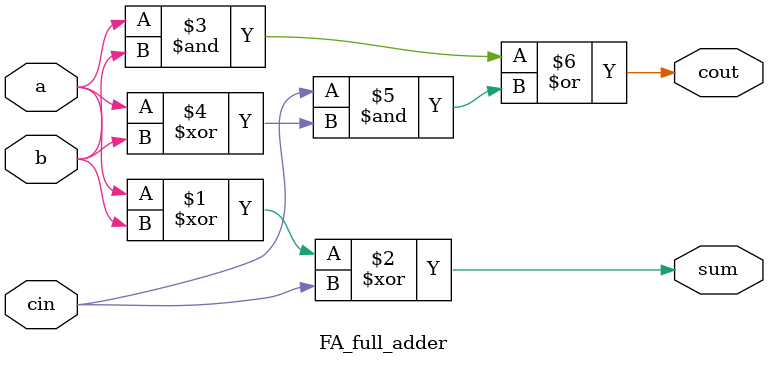
<source format=sv>
module top_module (
	input [3:0] x,
	input [3:0] y,
	output [4:0] sum
);

wire [3:0] carry;
wire [4:0] sum_temp;
wire overflow;

// Full Adder
for (i=0; i<4; i=i+1) begin
    FA_full_adder full_adder (
        .a(x[i]),
        .b(y[i]),
        .cin(carry[i]),
        .sum(sum_temp[i]),
        .cout(carry[i+1])
    );
end

// Connection for last carry out
assign carry[4] = carry[3];

// Output sum
assign sum[4] = overflow;
assign sum[3:0] = sum_temp[3:0];

endmodule
module FA_full_adder (
    input a, b, cin,
    output sum, cout
);

assign sum = (a ^ b) ^ cin;
assign cout = (a & b) | (cin & (a ^ b));

endmodule

</source>
